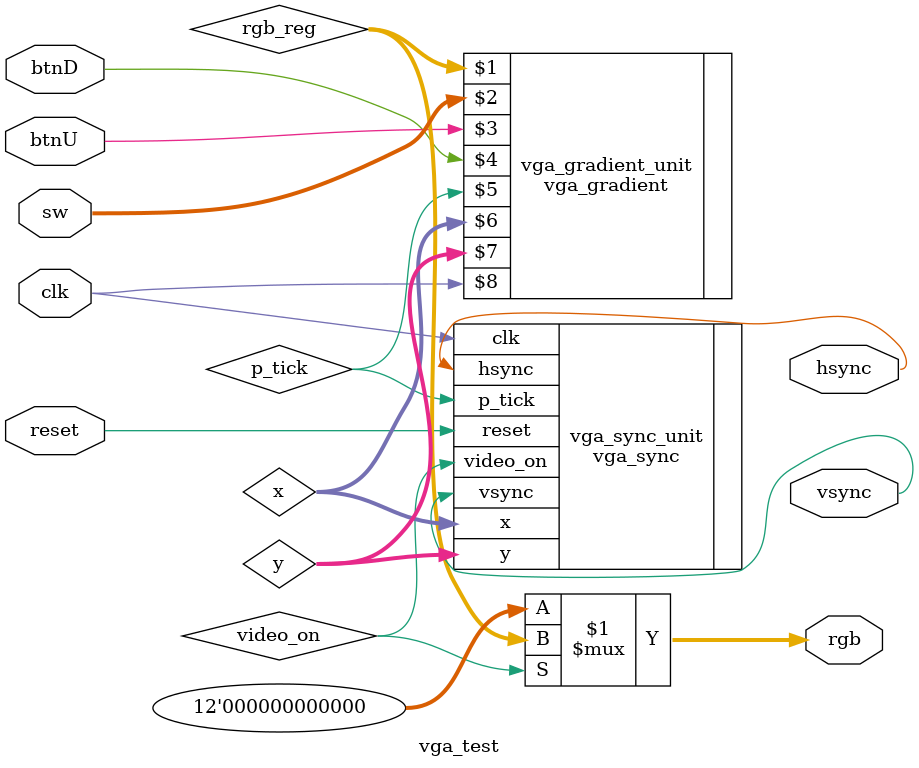
<source format=v>
`timescale 1ns / 1ps


module vga_test
	(
		input wire clk, reset,
		input wire [11:0] sw,
		input wire btnU,
		input wire btnD,
		output wire hsync, vsync,
		output wire [11:0] rgb
	);
	
	// Lab06-01
	wire p_tick;
	wire [9:0] x,y;
	
	// register for Basys 2 8-bit RGB DAC 
	wire [11:0] rgb_reg;
	
	// video status output from vga_sync to tell when to route out rgb signal to DAC
	wire video_on;

        // instantiate vga_sync
        vga_sync vga_sync_unit (.clk(clk), .reset(reset), .hsync(hsync), .vsync(vsync),
                                .video_on(video_on), .p_tick(p_tick), .x(x), .y(y));
   
//         rgb buffer
        vga_gradient vga_gradient_unit(rgb_reg,sw,btnU,btnD,p_tick,x,y,clk);
        
        // output
        assign rgb = (video_on) ? rgb_reg : 12'b0;
endmodule
</source>
